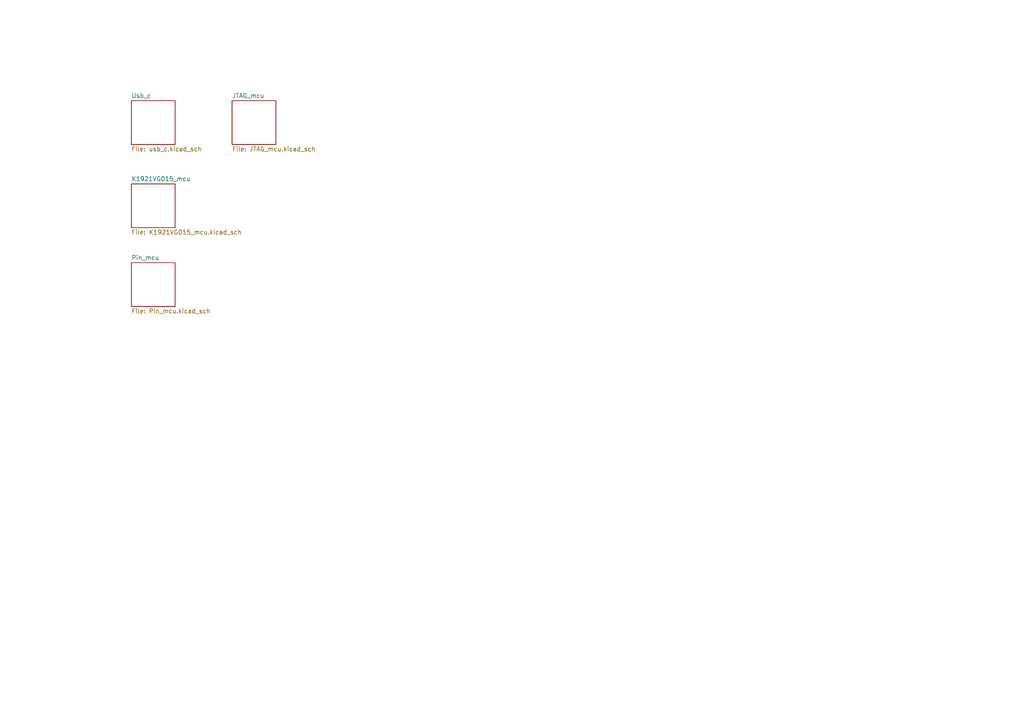
<source format=kicad_sch>
(kicad_sch (version 20230121) (generator eeschema)

  (uuid a483587e-8b7f-4b3d-b241-46b0b530e8b8)

  (paper "A4")

  (lib_symbols
  )


  (sheet (at 38.1 53.34) (size 12.7 12.7) (fields_autoplaced)
    (stroke (width 0.1524) (type solid))
    (fill (color 0 0 0 0.0000))
    (uuid 3c920649-d343-4e79-8dbc-e60960866962)
    (property "Sheetname" "K1921VG015_mcu" (at 38.1 52.6284 0)
      (effects (font (size 1.27 1.27)) (justify left bottom))
    )
    (property "Sheetfile" "K1921VG015_mcu.kicad_sch" (at 38.1 66.6246 0)
      (effects (font (size 1.27 1.27)) (justify left top))
    )
    (instances
      (project "K1921VG015_board"
        (path "/a483587e-8b7f-4b3d-b241-46b0b530e8b8" (page "3"))
      )
    )
  )

  (sheet (at 38.1 76.2) (size 12.7 12.7) (fields_autoplaced)
    (stroke (width 0.1524) (type solid))
    (fill (color 0 0 0 0.0000))
    (uuid 7b5727fc-e7d1-424b-b382-89d2ed7a7beb)
    (property "Sheetname" "Pin_mcu" (at 38.1 75.4884 0)
      (effects (font (size 1.27 1.27)) (justify left bottom))
    )
    (property "Sheetfile" "Pin_mcu.kicad_sch" (at 38.1 89.4846 0)
      (effects (font (size 1.27 1.27)) (justify left top))
    )
    (instances
      (project "K1921VG015_board"
        (path "/a483587e-8b7f-4b3d-b241-46b0b530e8b8" (page "4"))
      )
    )
  )

  (sheet (at 67.31 29.21) (size 12.7 12.7) (fields_autoplaced)
    (stroke (width 0.1524) (type solid))
    (fill (color 0 0 0 0.0000))
    (uuid a2a0f098-0a18-44aa-a102-df1f72993772)
    (property "Sheetname" "JTAG_mcu" (at 67.31 28.4984 0)
      (effects (font (size 1.27 1.27)) (justify left bottom))
    )
    (property "Sheetfile" "JTAG_mcu.kicad_sch" (at 67.31 42.4946 0)
      (effects (font (size 1.27 1.27)) (justify left top))
    )
    (instances
      (project "K1921VG015_board"
        (path "/a483587e-8b7f-4b3d-b241-46b0b530e8b8" (page "5"))
      )
    )
  )

  (sheet (at 38.1 29.21) (size 12.7 12.7) (fields_autoplaced)
    (stroke (width 0.1524) (type solid))
    (fill (color 0 0 0 0.0000))
    (uuid c65c0c34-2128-4a02-9354-15cf77ccbcbe)
    (property "Sheetname" "Usb_c" (at 38.1 28.4984 0)
      (effects (font (size 1.27 1.27)) (justify left bottom))
    )
    (property "Sheetfile" "usb_c.kicad_sch" (at 38.1 42.4946 0)
      (effects (font (size 1.27 1.27)) (justify left top))
    )
    (instances
      (project "K1921VG015_board"
        (path "/a483587e-8b7f-4b3d-b241-46b0b530e8b8" (page "2"))
      )
    )
  )

  (sheet_instances
    (path "/" (page "1"))
  )
)

</source>
